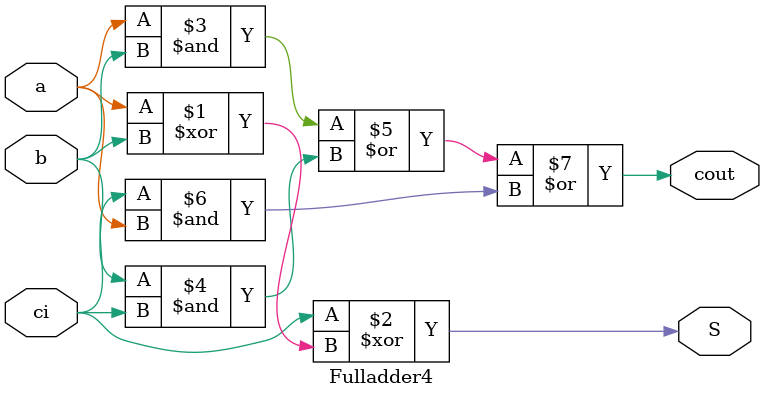
<source format=v>
`timescale 1ns / 1ps
module Fulladder4(
input ci,
input a, b, 
output S,
output cout
    );

assign S = ci ^ ( a ^ b );
assign cout = (a & b) | (b & ci) | (ci & a); 

endmodule

</source>
